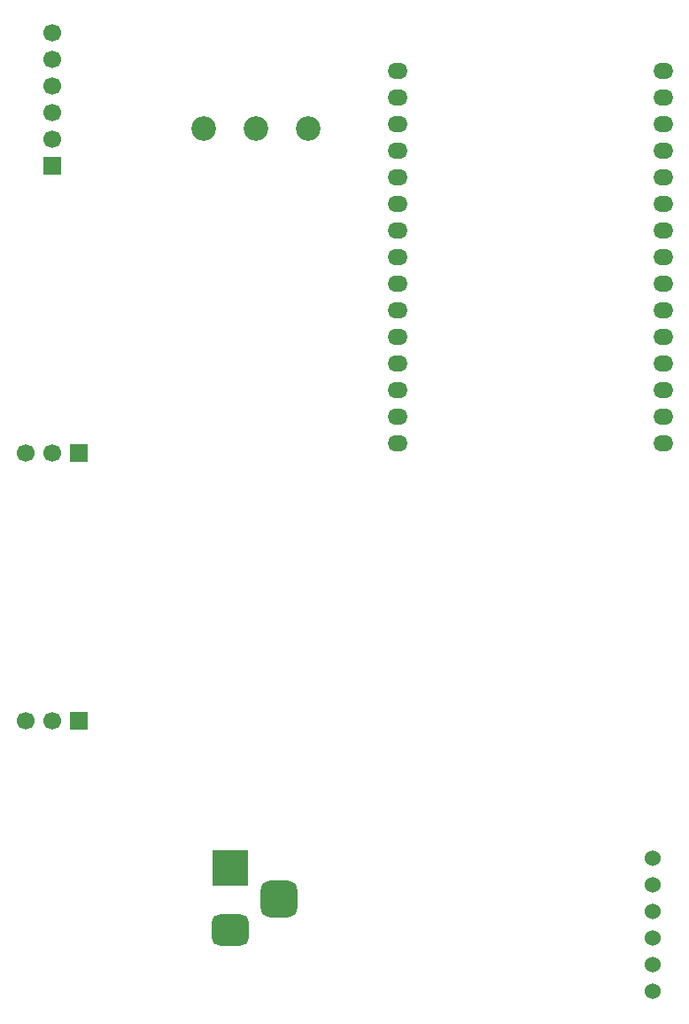
<source format=gbr>
%TF.GenerationSoftware,KiCad,Pcbnew,9.0.6*%
%TF.CreationDate,2025-11-27T10:25:12-05:00*%
%TF.ProjectId,Proyecto 2,50726f79-6563-4746-9f20-322e6b696361,rev?*%
%TF.SameCoordinates,Original*%
%TF.FileFunction,Copper,L1,Top*%
%TF.FilePolarity,Positive*%
%FSLAX46Y46*%
G04 Gerber Fmt 4.6, Leading zero omitted, Abs format (unit mm)*
G04 Created by KiCad (PCBNEW 9.0.6) date 2025-11-27 10:25:12*
%MOMM*%
%LPD*%
G01*
G04 APERTURE LIST*
G04 Aperture macros list*
%AMRoundRect*
0 Rectangle with rounded corners*
0 $1 Rounding radius*
0 $2 $3 $4 $5 $6 $7 $8 $9 X,Y pos of 4 corners*
0 Add a 4 corners polygon primitive as box body*
4,1,4,$2,$3,$4,$5,$6,$7,$8,$9,$2,$3,0*
0 Add four circle primitives for the rounded corners*
1,1,$1+$1,$2,$3*
1,1,$1+$1,$4,$5*
1,1,$1+$1,$6,$7*
1,1,$1+$1,$8,$9*
0 Add four rect primitives between the rounded corners*
20,1,$1+$1,$2,$3,$4,$5,0*
20,1,$1+$1,$4,$5,$6,$7,0*
20,1,$1+$1,$6,$7,$8,$9,0*
20,1,$1+$1,$8,$9,$2,$3,0*%
G04 Aperture macros list end*
%TA.AperFunction,ComponentPad*%
%ADD10C,1.524000*%
%TD*%
%TA.AperFunction,ComponentPad*%
%ADD11C,2.340000*%
%TD*%
%TA.AperFunction,ComponentPad*%
%ADD12R,1.700000X1.700000*%
%TD*%
%TA.AperFunction,ComponentPad*%
%ADD13C,1.700000*%
%TD*%
%TA.AperFunction,ComponentPad*%
%ADD14R,3.500000X3.500000*%
%TD*%
%TA.AperFunction,ComponentPad*%
%ADD15RoundRect,0.750000X1.000000X-0.750000X1.000000X0.750000X-1.000000X0.750000X-1.000000X-0.750000X0*%
%TD*%
%TA.AperFunction,ComponentPad*%
%ADD16RoundRect,0.875000X0.875000X-0.875000X0.875000X0.875000X-0.875000X0.875000X-0.875000X-0.875000X0*%
%TD*%
%TA.AperFunction,ComponentPad*%
%ADD17O,1.900000X1.524000*%
%TD*%
G04 APERTURE END LIST*
D10*
%TO.P,U2,1,VIN*%
%TO.N,VDC*%
X179930000Y-130850000D03*
%TO.P,U2,2,GND*%
%TO.N,GND*%
X179930000Y-128310000D03*
%TO.P,U2,3,GND*%
X179930000Y-125770000D03*
%TO.P,U2,4,BAT*%
%TO.N,+BATT*%
X179930000Y-123230000D03*
%TO.P,U2,5,GND*%
%TO.N,GND*%
X179930000Y-120690000D03*
%TO.P,U2,6,OUT-5V*%
%TO.N,+5V*%
X179930000Y-118150000D03*
%TD*%
D11*
%TO.P,RV1,1,1*%
%TO.N,GND*%
X146995590Y-48423478D03*
%TO.P,RV1,2,2*%
%TO.N,/ph2*%
X141995590Y-48423478D03*
%TO.P,RV1,3,3*%
%TO.N,/PH*%
X136995590Y-48423478D03*
%TD*%
D12*
%TO.P,J2,1,Pin_1*%
%TO.N,/Conduc*%
X125000000Y-79400000D03*
D13*
%TO.P,J2,2,Pin_2*%
%TO.N,+5V*%
X122460000Y-79400000D03*
%TO.P,J2,3,Pin_3*%
%TO.N,GND*%
X119920000Y-79400000D03*
%TD*%
D12*
%TO.P,J1,1,Pin_1*%
%TO.N,+5V*%
X122500000Y-52000000D03*
D13*
%TO.P,J1,2,Pin_2*%
%TO.N,GND*%
X122500000Y-49460000D03*
%TO.P,J1,3,Pin_3*%
%TO.N,unconnected-(J1-Pin_3-Pad3)*%
X122500000Y-46920000D03*
%TO.P,J1,4,Pin_4*%
%TO.N,/PH*%
X122500000Y-44380000D03*
%TO.P,J1,5,Pin_5*%
%TO.N,unconnected-(J1-Pin_5-Pad5)*%
X122500000Y-41840000D03*
%TO.P,J1,6,Pin_6*%
%TO.N,unconnected-(J1-Pin_6-Pad6)*%
X122500000Y-39300000D03*
%TD*%
D14*
%TO.P,J4,1*%
%TO.N,VDC*%
X139500000Y-119000000D03*
D15*
%TO.P,J4,2*%
%TO.N,GND*%
X139500000Y-125000000D03*
D16*
%TO.P,J4,3*%
X144200000Y-122000000D03*
%TD*%
D12*
%TO.P,J3,1,Pin_1*%
%TO.N,/Turbi*%
X124995420Y-104999084D03*
D13*
%TO.P,J3,2,Pin_2*%
%TO.N,+5V*%
X122455420Y-104999084D03*
%TO.P,J3,3,Pin_3*%
%TO.N,GND*%
X119915420Y-104999084D03*
%TD*%
D17*
%TO.P,U3,1,VIN*%
%TO.N,+5V*%
X155484055Y-78481904D03*
%TO.P,U3,2,GND*%
%TO.N,GND*%
X155484055Y-75941904D03*
%TO.P,U3,3,GPIO13*%
%TO.N,unconnected-(U3-GPIO13-Pad3)*%
X155484055Y-73401904D03*
%TO.P,U3,4,GPIO12*%
%TO.N,unconnected-(U3-GPIO12-Pad4)*%
X155484055Y-70861904D03*
%TO.P,U3,5,GPIO14*%
%TO.N,unconnected-(U3-GPIO14-Pad5)*%
X155484055Y-68321904D03*
%TO.P,U3,6,GPIO27*%
%TO.N,unconnected-(U3-GPIO27-Pad6)*%
X155484055Y-65781904D03*
%TO.P,U3,7,GPIO26*%
%TO.N,unconnected-(U3-GPIO26-Pad7)*%
X155484055Y-63241904D03*
%TO.P,U3,8,GPIO25*%
%TO.N,unconnected-(U3-GPIO25-Pad8)*%
X155484055Y-60701904D03*
%TO.P,U3,9,GPIO33*%
%TO.N,/Turbi*%
X155484055Y-58161904D03*
%TO.P,U3,10,GPIO32*%
%TO.N,/Conduc*%
X155484055Y-55621904D03*
%TO.P,U3,11,GPIO35*%
%TO.N,unconnected-(U3-GPIO35-Pad11)*%
X155484055Y-53081904D03*
%TO.P,U3,12,GPIO34*%
%TO.N,/ph2*%
X155484055Y-50541904D03*
%TO.P,U3,13,GPIO39*%
%TO.N,unconnected-(U3-GPIO39-Pad13)*%
X155484055Y-48001904D03*
%TO.P,U3,14,GPIO36*%
%TO.N,unconnected-(U3-GPIO36-Pad14)*%
X155484055Y-45461904D03*
%TO.P,U3,15,EN*%
%TO.N,unconnected-(U3-EN-Pad15)*%
X155484055Y-42921904D03*
%TO.P,U3,16,3.3v*%
%TO.N,unconnected-(U3-3.3v-Pad16)*%
X180884055Y-78481904D03*
%TO.P,U3,17,GND*%
%TO.N,unconnected-(U3-GND-Pad17)*%
X180884055Y-75941904D03*
%TO.P,U3,18,GPIO15*%
%TO.N,unconnected-(U3-GPIO15-Pad18)*%
X180884055Y-73401904D03*
%TO.P,U3,19,GPIO2*%
%TO.N,unconnected-(U3-GPIO2-Pad19)*%
X180884055Y-70861904D03*
%TO.P,U3,20,GPIO4*%
%TO.N,unconnected-(U3-GPIO4-Pad20)*%
X180884055Y-68321904D03*
%TO.P,U3,21,GPIO16*%
%TO.N,unconnected-(U3-GPIO16-Pad21)*%
X180884055Y-65781904D03*
%TO.P,U3,22,GPIO17*%
%TO.N,unconnected-(U3-GPIO17-Pad22)*%
X180884055Y-63241904D03*
%TO.P,U3,23,GPIO5*%
%TO.N,unconnected-(U3-GPIO5-Pad23)*%
X180884055Y-60701904D03*
%TO.P,U3,24,GPIO18*%
%TO.N,unconnected-(U3-GPIO18-Pad24)*%
X180884055Y-58161904D03*
%TO.P,U3,25,GPIO19*%
%TO.N,unconnected-(U3-GPIO19-Pad25)*%
X180884055Y-55621904D03*
%TO.P,U3,26,GPIO21*%
%TO.N,unconnected-(U3-GPIO21-Pad26)*%
X180884055Y-53081904D03*
%TO.P,U3,27,GPIO3*%
%TO.N,unconnected-(U3-GPIO3-Pad27)*%
X180884055Y-50541904D03*
%TO.P,U3,28,GPIO1*%
%TO.N,unconnected-(U3-GPIO1-Pad28)*%
X180884055Y-48001904D03*
%TO.P,U3,29,GPIO22*%
%TO.N,unconnected-(U3-GPIO22-Pad29)*%
X180884055Y-45461904D03*
%TO.P,U3,30,GPIO23*%
%TO.N,unconnected-(U3-GPIO23-Pad30)*%
X180884055Y-42921904D03*
%TD*%
M02*

</source>
